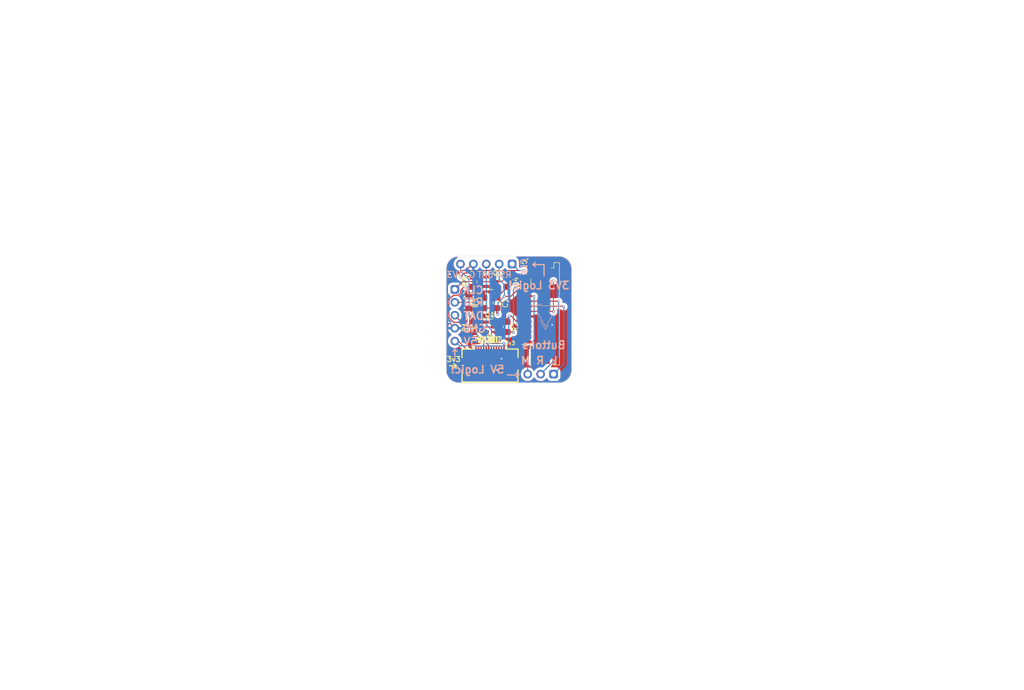
<source format=kicad_pcb>
(kicad_pcb (version 20221018) (generator pcbnew)
  (layers (0 "F.Cu" signal) (31 "B.Cu" signal) (34 "B.Paste" user) (35 "F.Paste" user) (36 "B.SilkS" user "B.Silkscreen") (37 "F.SilkS" user "F.Silkscreen") (38 "B.Mask" user) (39 "F.Mask" user) (44 "Edge.Cuts" user))
  (net 0 "")
  (net 1 "GND")
  (net 2 "+5V")
  (net 3 "rgb_led_in")
  (net 4 "RESET")
  (net 5 "SDA")
  (net 6 "SCL")
  (net 7 "+3V3")
  (net 8 "MOSI")
  (net 9 "SPI_CS")
  (net 10 "MISO")
  (net 11 "SCLK")
  (net 12 "BTN_MID")
  (net 13 "BTN_RIGHT")
  (net 14 "BTN_LEFT")
  (net 19 "TP_CLK_3V3")
  (net 20 "TP_DATA_3V3")
  (net 21 "TP_DATA_5V")
  (net 22 "TP_CLK_5V")
  (footprint "fingerpunch:Connector_THT_1x5_2.54" (layer "F.Cu") (at 171.45 110.49 -90)
    (fp_text reference "J5" (at 0 -6.096 90) (layer "F.SilkS"))
    (fp_text value "Conn_1x05_THT")
    (pad "1" thru_hole roundrect (at 0 -3.81 270) (size 1.7 1.7) (drill 1) (layers "*.Cu" "*.Mask") (net 19 "TP_CLK_3V3"))
    (pad "2" thru_hole oval (at 0 -1.27 270) (size 1.7 1.7) (drill 1) (layers "*.Cu" "*.Mask") (net 4 "RESET"))
    (pad "3" thru_hole oval (at 0 1.27 270) (size 1.7 1.7) (drill 1) (layers "*.Cu" "*.Mask") (net 20 "TP_DATA_3V3"))
    (pad "4" thru_hole oval (at 0 3.81 270) (size 1.7 1.7) (drill 1) (layers "*.Cu" "*.Mask") (net 1 "GND"))
    (pad "5" thru_hole oval (at 0 6.35 270) (size 1.7 1.7) (drill 1) (layers "*.Cu" "*.Mask") (net 7 "+3V3"))
  )
  (footprint "Resistor_SMD:R_0805_2012Metric_Pad1.20x1.40mm_HandSolder" (layer "F.Cu") (at 174.24 122.85 -90)
    (fp_text reference "R2" (at 0 -1.65 90) (layer "F.SilkS"))
    (fp_text value "10k")
    (fp_line (start -0.227064 -0.735) (end 0.227064 -0.735) (stroke (width 0.12)) (layer "F.SilkS"))
    (fp_line (start -0.227064 0.735) (end 0.227064 0.735) (stroke (width 0.12)) (layer "F.SilkS"))
    (pad "1" smd roundrect (at -1 0 270) (size 1.2 1.4) (layers "F.Cu" "F.Paste" "F.Mask") (roundrect_rratio 0.2083333333) (net 2 "+5V"))
    (pad "2" smd roundrect (at 1 0 270) (size 1.2 1.4) (layers "F.Cu" "F.Paste" "F.Mask") (roundrect_rratio 0.2083333333) (net 21 "TP_DATA_5V"))
  )
  (footprint "Resistor_SMD:R_0805_2012Metric_Pad1.20x1.40mm_HandSolder" (layer "F.Cu") (at 169.68 118.14 90)
    (fp_text reference "R5" (at 0 -1.65 90) (layer "F.SilkS"))
    (fp_text value "100kΩ")
    (fp_line (start -0.227064 -0.735) (end 0.227064 -0.735) (stroke (width 0.12)) (layer "F.SilkS"))
    (fp_line (start -0.227064 0.735) (end 0.227064 0.735) (stroke (width 0.12)) (layer "F.SilkS"))
    (pad "1" smd roundrect (at -1 0 90) (size 1.2 1.4) (layers "F.Cu" "F.Paste" "F.Mask") (roundrect_rratio 0.2083333333) (net 4 "RESET"))
    (pad "2" smd roundrect (at 1 0 90) (size 1.2 1.4) (layers "F.Cu" "F.Paste" "F.Mask") (roundrect_rratio 0.2083333333) (net 1 "GND"))
  )
  (footprint "Package_TO_SOT_SMD:SOT-23" (layer "F.Cu") (at 170.8965 122.86)
    (fp_text reference "Q1" (at 0 -2.4) (layer "F.SilkS"))
    (fp_text value "BSS138")
    (fp_line (start 0 -1.56) (end -1.675 -1.56) (stroke (width 0.12)) (layer "F.SilkS"))
    (fp_line (start 0 -1.56) (end 0.65 -1.56) (stroke (width 0.12)) (layer "F.SilkS"))
    (fp_line (start 0 1.56) (end -0.65 1.56) (stroke (width 0.12)) (layer "F.SilkS"))
    (fp_line (start 0 1.56) (end 0.65 1.56) (stroke (width 0.12)) (layer "F.SilkS"))
    (pad "1" smd roundrect (at -0.9375 -0.95) (size 1.475 0.6) (layers "F.Cu" "F.Paste" "F.Mask") (net 7 "+3V3"))
    (pad "2" smd roundrect (at -0.9375 0.95) (size 1.475 0.6) (layers "F.Cu" "F.Paste" "F.Mask") (net 20 "TP_DATA_3V3"))
    (pad "3" smd roundrect (at 0.9375 0) (size 1.475 0.6) (layers "F.Cu" "F.Paste" "F.Mask") (net 21 "TP_DATA_5V"))
  )
  (footprint "fingerpunch:Connector_THT_1x3_2.54" (layer "F.Cu") (at 180.86 132.14 -90)
    (fp_text reference "J4" hide)
    (fp_text value "Conn_01x03_Socket")
    (pad "1" thru_hole roundrect (at 0 -2.54 270) (size 1.7 1.7) (drill 1) (layers "*.Cu" "*.Mask") (net 14 "BTN_LEFT"))
    (pad "2" thru_hole oval (at 0 0 270) (size 1.7 1.7) (drill 1) (layers "*.Cu" "*.Mask") (net 13 "BTN_RIGHT"))
    (pad "3" thru_hole oval (at 0 2.54 270) (size 1.7 1.7) (drill 1) (layers "*.Cu" "*.Mask") (net 12 "BTN_MID"))
  )
  (footprint "fingerpunch:Connector_THT_1x5_2.54" (layer "F.Cu") (at 163.99 119.29)
    (fp_text reference "J2" hide)
    (fp_text value "Conn_1x05_THT")
    (pad "1" thru_hole roundrect (at 0 -3.81) (size 1.7 1.7) (drill 1) (layers "*.Cu" "*.Mask") (net 22 "TP_CLK_5V"))
    (pad "2" thru_hole oval (at 0 -1.27) (size 1.7 1.7) (drill 1) (layers "*.Cu" "*.Mask") (net 4 "RESET"))
    (pad "3" thru_hole oval (at 0 1.27) (size 1.7 1.7) (drill 1) (layers "*.Cu" "*.Mask") (net 21 "TP_DATA_5V"))
    (pad "4" thru_hole oval (at 0 3.81) (size 1.7 1.7) (drill 1) (layers "*.Cu" "*.Mask") (net 1 "GND"))
    (pad "5" thru_hole oval (at 0 6.35) (size 1.7 1.7) (drill 1) (layers "*.Cu" "*.Mask") (net 2 "+5V"))
  )
  (footprint "vik:vik-module-connector-horizontal" (layer "F.Cu") (at 170.91 129.398)
    (fp_text reference "J1")
    (fp_text value "~")
    (fp_text user "VIK IN" (at -2.36 -3.42 unlocked) (layer "F.SilkS" knockout) (effects (justify left bottom)))
    (fp_text user "3v3" (at 2.835 -2.93 unlocked) (layer "F.SilkS") (effects (font (size 0.75 0.75)) (justify left bottom)))
    (fp_line (start -5.5 -2.2) (end -3.131 -2.2) (stroke (width 0.254)) (layer "F.SilkS"))
    (fp_line (start -5.5 -0.539) (end -5.5 -2.2) (stroke (width 0.254)) (layer "F.SilkS"))
    (fp_line (start -5.5 4.295) (end -5.5 1.912) (stroke (width 0.254)) (layer "F.SilkS"))
    (fp_line (start 5.5 -2.2) (end 3.131 -2.2) (stroke (width 0.254)) (layer "F.SilkS"))
    (fp_line (start 5.5 -0.539) (end 5.5 -2.2) (stroke (width 0.254)) (layer "F.SilkS"))
    (fp_line (start 5.5 4.295) (end -5.5 4.295) (stroke (width 0.254)) (layer "F.SilkS"))
    (fp_line (start 5.5 4.295) (end 5.5 1.912) (stroke (width 0.254)) (layer "F.SilkS"))
    (fp_circle (center -3.429 -2.708) (end -3.302 -2.708) (stroke (width 0.254)) (fill none) (layer "F.SilkS"))
    (pad "1" smd rect (at -2.75 -2.038) (size 0.28 1.25) (layers "F.Cu" "F.Paste" "F.Mask") (net 11 "SCLK"))
    (pad "2" smd rect (at -2.25 -2.038) (size 0.28 1.25) (layers "F.Cu" "F.Paste" "F.Mask") (net 10 "MISO"))
    (pad "3" smd rect (at -1.75 -2.038) (size 0.28 1.25) (layers "F.Cu" "F.Paste" "F.Mask") (net 9 "SPI_CS"))
    (pad "4" smd rect (at -1.25 -2.038) (size 0.28 1.25) (layers "F.Cu" "F.Paste" "F.Mask") (net 19 "TP_CLK_3V3"))
    (pad "5" smd rect (at -0.75 -2.038) (size 0.28 1.25) (layers "F.Cu" "F.Paste" "F.Mask") (net 8 "MOSI"))
    (pad "6" smd rect (at -0.25 -2.038) (size 0.28 1.25) (layers "F.Cu" "F.Paste" "F.Mask") (net 20 "TP_DATA_3V3"))
    (pad "7" smd rect (at 0.25 -2.038) (size 0.28 1.25) (layers "F.Cu" "F.Paste" "F.Mask") (net 2 "+5V"))
    (pad "8" smd rect (at 0.75 -2.038) (size 0.28 1.25) (layers "F.Cu" "F.Paste" "F.Mask") (net 3 "rgb_led_in"))
    (pad "9" smd rect (at 1.25 -2.038) (size 0.28 1.25) (layers "F.Cu" "F.Paste" "F.Mask") (net 6 "SCL"))
    (pad "10" smd rect (at 1.75 -2.038) (size 0.28 1.25) (layers "F.Cu" "F.Paste" "F.Mask") (net 5 "SDA"))
    (pad "11" smd rect (at 2.25 -2.038) (size 0.28 1.25) (layers "F.Cu" "F.Paste" "F.Mask") (net 1 "GND"))
    (pad "12" smd rect (at 2.75 -2.038) (size 0.28 1.25) (layers "F.Cu" "F.Paste" "F.Mask") (net 7 "+3V3"))
    (pad "13" smd rect (at 4.55 0.686) (size 1.8 2) (layers "F.Cu" "F.Paste" "F.Mask"))
    (pad "14" smd rect (at -4.55 0.686) (size 1.8 2) (layers "F.Cu" "F.Paste" "F.Mask"))
  )
  (footprint "Connector_FFC-FPC:TE_1-84953-2_1x12-1MP_P1.0mm_Horizontal" (layer "F.Cu") (at 179.86 120.29 90)
    (fp_text reference "J3")
    (fp_text value "Conn_01x12_Socket")
    (fp_line (start -10.07 3.6) (end -9.045 3.6) (stroke (width 0.12)) (layer "F.SilkS"))
    (fp_line (start -10.07 4.71) (end -10.07 3.6) (stroke (width 0.12)) (layer "F.SilkS"))
    (fp_line (start -9.045 3.6) (end -9.045 3.06) (stroke (width 0.12)) (layer "F.SilkS"))
    (fp_line (start -6.89 -0.91) (end -6.065 -0.91) (stroke (width 0.12)) (layer "F.SilkS"))
    (fp_line (start -6.065 -0.91) (end -6.065 -2.71) (stroke (width 0.12)) (layer "F.SilkS"))
    (fp_line (start 6.065 -0.91) (end 6.89 -0.91) (stroke (width 0.12)) (layer "F.SilkS"))
    (fp_line (start 9.045 3.06) (end 9.045 3.6) (stroke (width 0.12)) (layer "F.SilkS"))
    (fp_line (start 9.045 3.6) (end 10.07 3.6) (stroke (width 0.12)) (layer "F.SilkS"))
    (fp_line (start 10.07 3.6) (end 10.07 4.71) (stroke (width 0.12)) (layer "F.SilkS"))
    (fp_line (start 10.07 4.71) (end -10.07 4.71) (stroke (width 0.12)) (layer "F.SilkS"))
    (pad "1" smd rect (at -5.5 -1.8 90) (size 0.61 2) (layers "F.Cu" "F.Paste" "F.Mask"))
    (pad "2" smd rect (at -4.5 -1.8 90) (size 0.61 2) (layers "F.Cu" "F.Paste" "F.Mask"))
    (pad "3" smd rect (at -3.5 -1.8 90) (size 0.61 2) (layers "F.Cu" "F.Paste" "F.Mask"))
    (pad "4" smd rect (at -2.5 -1.8 90) (size 0.61 2) (layers "F.Cu" "F.Paste" "F.Mask"))
    (pad "5" smd rect (at -1.5 -1.8 90) (size 0.61 2) (layers "F.Cu" "F.Paste" "F.Mask") (net 2 "+5V"))
    (pad "6" smd rect (at -0.5 -1.8 90) (size 0.61 2) (layers "F.Cu" "F.Paste" "F.Mask") (net 1 "GND"))
    (pad "7" smd rect (at 0.5 -1.8 90) (size 0.61 2) (layers "F.Cu" "F.Paste" "F.Mask") (net 22 "TP_CLK_5V"))
    (pad "8" smd rect (at 1.5 -1.8 90) (size 0.61 2) (layers "F.Cu" "F.Paste" "F.Mask") (net 14 "BTN_LEFT"))
    (pad "9" smd rect (at 2.5 -1.8 90) (size 0.61 2) (layers "F.Cu" "F.Paste" "F.Mask") (net 13 "BTN_RIGHT"))
    (pad "10" smd rect (at 3.5 -1.8 90) (size 0.61 2) (layers "F.Cu" "F.Paste" "F.Mask") (net 12 "BTN_MID"))
    (pad "11" smd rect (at 4.5 -1.8 90) (size 0.61 2) (layers "F.Cu" "F.Paste" "F.Mask") (net 4 "RESET"))
    (pad "12" smd rect (at 5.5 -1.8 90) (size 0.61 2) (layers "F.Cu" "F.Paste" "F.Mask") (net 21 "TP_DATA_5V"))
    (pad "MP" smd rect (at -8.49 1 90) (size 2.68 3.6) (layers "F.Cu" "F.Paste" "F.Mask"))
    (pad "MP" smd rect (at 8.49 1 90) (size 2.68 3.6) (layers "F.Cu" "F.Paste" "F.Mask"))
  )
  (footprint "Capacitor_SMD:C_0805_2012Metric_Pad1.18x1.45mm_HandSolder" (layer "F.Cu") (at 172.23 118.1125 -90)
    (fp_text reference "C1" (at 0 -1.68 90) (layer "F.SilkS"))
    (fp_text value "2.2uF")
    (fp_line (start -0.261252 -0.735) (end 0.261252 -0.735) (stroke (width 0.12)) (layer "F.SilkS"))
    (fp_line (start -0.261252 0.735) (end 0.261252 0.735) (stroke (width 0.12)) (layer "F.SilkS"))
    (pad "1" smd roundrect (at -1.0375 0 270) (size 1.175 1.45) (layers "F.Cu" "F.Paste" "F.Mask") (roundrect_rratio 0.2127659574) (net 2 "+5V"))
    (pad "2" smd roundrect (at 1.0375 0 270) (size 1.175 1.45) (layers "F.Cu" "F.Paste" "F.Mask") (roundrect_rratio 0.2127659574) (net 4 "RESET"))
  )
  (footprint "Package_TO_SOT_SMD:SOT-23" (layer "F.Cu") (at 170.9625 113.94)
    (fp_text reference "Q2" (at 1.5035 -1.672) (layer "F.SilkS"))
    (fp_text value "BSS138")
    (fp_line (start 0 -1.56) (end -1.675 -1.56) (stroke (width 0.12)) (layer "F.SilkS"))
    (fp_line (start 0 -1.56) (end 0.65 -1.56) (stroke (width 0.12)) (layer "F.SilkS"))
    (fp_line (start 0 1.56) (end -0.65 1.56) (stroke (width 0.12)) (layer "F.SilkS"))
    (fp_line (start 0 1.56) (end 0.65 1.56) (stroke (width 0.12)) (layer "F.SilkS"))
    (pad "1" smd roundrect (at -0.9375 -0.95) (size 1.475 0.6) (layers "F.Cu" "F.Paste" "F.Mask") (net 7 "+3V3"))
    (pad "2" smd roundrect (at -0.9375 0.95) (size 1.475 0.6) (layers "F.Cu" "F.Paste" "F.Mask") (net 19 "TP_CLK_3V3"))
    (pad "3" smd roundrect (at 0.9375 0) (size 1.475 0.6) (layers "F.Cu" "F.Paste" "F.Mask") (net 22 "TP_CLK_5V"))
  )
  (footprint "Resistor_SMD:R_0805_2012Metric_Pad1.20x1.40mm_HandSolder" (layer "F.Cu") (at 167.61 113.95 -90)
    (fp_text reference "R3" (at 0.05 1.61 90) (layer "F.SilkS"))
    (fp_text value "10k")
    (fp_line (start -0.227064 -0.735) (end 0.227064 -0.735) (stroke (width 0.12)) (layer "F.SilkS"))
    (fp_line (start -0.227064 0.735) (end 0.227064 0.735) (stroke (width 0.12)) (layer "F.SilkS"))
    (pad "1" smd roundrect (at -1 0 270) (size 1.2 1.4) (layers "F.Cu" "F.Paste" "F.Mask") (roundrect_rratio 0.2083333333) (net 7 "+3V3"))
    (pad "2" smd roundrect (at 1 0 270) (size 1.2 1.4) (layers "F.Cu" "F.Paste" "F.Mask") (roundrect_rratio 0.2083333333) (net 19 "TP_CLK_3V3"))
  )
  (footprint "Resistor_SMD:R_0805_2012Metric_Pad1.20x1.40mm_HandSolder" (layer "F.Cu") (at 167.7 122.86 -90)
    (fp_text reference "R1" (at 0 1.67 90) (layer "F.SilkS"))
    (fp_text value "10k")
    (fp_line (start -0.227064 -0.735) (end 0.227064 -0.735) (stroke (width 0.12)) (layer "F.SilkS"))
    (fp_line (start -0.227064 0.735) (end 0.227064 0.735) (stroke (width 0.12)) (layer "F.SilkS"))
    (pad "1" smd roundrect (at -1 0 270) (size 1.2 1.4) (layers "F.Cu" "F.Paste" "F.Mask") (roundrect_rratio 0.2083333333) (net 7 "+3V3"))
    (pad "2" smd roundrect (at 1 0 270) (size 1.2 1.4) (layers "F.Cu" "F.Paste" "F.Mask") (roundrect_rratio 0.2083333333) (net 20 "TP_DATA_3V3"))
  )
  (footprint "Resistor_SMD:R_0805_2012Metric_Pad1.20x1.40mm_HandSolder" (layer "F.Cu") (at 174.22 113.96 90)
    (fp_text reference "R4" (at -0.04 1.78 90) (layer "F.SilkS"))
    (fp_text value "10k")
    (fp_line (start -0.227064 -0.735) (end 0.227064 -0.735) (stroke (width 0.12)) (layer "F.SilkS"))
    (fp_line (start -0.227064 0.735) (end 0.227064 0.735) (stroke (width 0.12)) (layer "F.SilkS"))
    (pad "1" smd roundrect (at -1 0 90) (size 1.2 1.4) (layers "F.Cu" "F.Paste" "F.Mask") (roundrect_rratio 0.2083333333) (net 2 "+5V"))
    (pad "2" smd roundrect (at 1 0 90) (size 1.2 1.4) (layers "F.Cu" "F.Paste" "F.Mask") (roundrect_rratio 0.2083333333) (net 22 "TP_CLK_5V"))
  )
  (footprint "fingerpunch:vik-logo-small" (layer "B.Cu") (at 181.858777 120.209617 180)
    (fp_text reference "REF**")
    (fp_text value "vik-logo-small")
    (fp_line (start -2.880161 1.806346) (end -1.892323 1.805976) (stroke (width 0.1)) (layer "B.SilkS"))
    (fp_line (start -2.383804 1.52) (end 2.38 1.52) (stroke (width 0.1)) (layer "B.SilkS"))
    (fp_line (start -1.815689 -0.036813) (end -2.880161 1.806346) (stroke (width 0.1)) (layer "B.SilkS"))
    (fp_line (start -0.001902 -2.605575) (end -2.383804 1.52) (stroke (width 0.1)) (layer "B.SilkS"))
    (fp_line (start 0.000114 -3.195112) (end -0.493459 -2.339419) (stroke (width 0.1)) (layer "B.SilkS"))
    (fp_line (start 0.741256 1.793386) (end 2.869715 1.793686) (stroke (width 0.1)) (layer "B.SilkS"))
    (fp_line (start 1.064084 -1.351662) (end 0.000114 -3.195112) (stroke (width 0.1)) (layer "B.SilkS"))
    (fp_line (start 2.38 1.52) (end -0.001902 -2.605575) (stroke (width 0.1)) (layer "B.SilkS"))
    (fp_line (start 2.869715 1.793686) (end 2.375449 0.938393) (stroke (width 0.1)) (layer "B.SilkS"))
  )
  (gr_line (start 179.332 110.598) (end 179.832 110.198) (stroke (width 0.25)) (layer "B.SilkS"))
  (gr_line (start 176.55 132.3) (end 176.05 132.7) (stroke (width 0.25)) (layer "B.SilkS"))
  (gr_line (start 164 127.2) (end 163.6 127.7) (stroke (width 0.25)) (layer "B.SilkS"))
  (gr_line (start 181.532 110.598) (end 181.532 112.798) (stroke (width 0.25)) (layer "B.SilkS"))
  (gr_line (start 164 127.2) (end 164.4 127.7) (stroke (width 0.25)) (layer "B.SilkS"))
  (gr_line (start 176.55 132.3) (end 176.05 131.9) (stroke (width 0.25)) (layer "B.SilkS"))
  (gr_line (start 164 129.4) (end 164 127.2) (stroke (width 0.25)) (layer "B.SilkS"))
  (gr_line (start 174.35 132.3) (end 176.55 132.3) (stroke (width 0.25)) (layer "B.SilkS"))
  (gr_line (start 179.332 110.598) (end 179.832 110.998) (stroke (width 0.25)) (layer "B.SilkS"))
  (gr_line (start 181.532 110.598) (end 179.332 110.598) (stroke (width 0.25)) (layer "B.SilkS"))
  (gr_line (start 163.834 130.902) (end 164.334 130.502) (stroke (width 0.25)) (layer "F.SilkS"))
  (gr_line (start 164.334 130.502) (end 162.98 130.502) (stroke (width 0.25)) (layer "F.SilkS"))
  (gr_line (start 163.834 130.102) (end 164.334 130.502) (stroke (width 0.25)) (layer "F.SilkS"))
  (gr_arc (start 164.78 133.9) (mid 162.983949 133.156051) (end 162.24 131.36) (stroke (width 0.05)) (layer "Edge.Cuts"))
  (gr_line (start 184.47 108.9) (end 164.78 108.9) (stroke (width 0.05)) (layer "Edge.Cuts"))
  (gr_arc (start 187.01 131.36) (mid 186.266051 133.156051) (end 184.47 133.9) (stroke (width 0.05)) (layer "Edge.Cuts"))
  (gr_line (start 187.01 131.36) (end 187.01 111.44) (stroke (width 0.05)) (layer "Edge.Cuts"))
  (gr_line (start 164.78 133.9) (end 184.47 133.9) (stroke (width 0.05)) (layer "Edge.Cuts"))
  (gr_arc (start 184.47 108.9) (mid 186.266051 109.643949) (end 187.01 111.44) (stroke (width 0.05)) (layer "Edge.Cuts"))
  (gr_line (start 162.24 111.44) (end 162.24 131.36) (stroke (width 0.05)) (layer "Edge.Cuts"))
  (gr_arc (start 162.24 111.44) (mid 162.983949 109.643949) (end 164.78 108.9) (stroke (width 0.05)) (layer "Edge.Cuts"))
  (gr_text "3V3 Logic!" (at 186.69 115.57) (layer "B.SilkS") (effects (font (size 1.5 1.5) (thickness 0.3) bold) (justify left bottom mirror)))
  (gr_text "G" (at 168.148 113.284) (layer "B.SilkS") (effects (font (size 1.2 1.2) (thickness 0.2) bold) (justify left bottom mirror)))
  (gr_text "DAT" (at 171.704 113.284) (layer "B.SilkS") (effects (font (size 1.2 1.2) (thickness 0.2) bold) (justify left bottom mirror)))
  (gr_text "5V Logic!" (at 173.9 132.1) (layer "B.SilkS") (effects (font (size 1.5 1.5) (thickness 0.3) bold) (justify left bottom mirror)))
  (gr_text "5V" (at 168.656 126.6) (layer "B.SilkS") (effects (font (size 1.5 1.5) (thickness 0.3) bold) (justify left bottom mirror)))
  (gr_text "R" (at 181.71 130.35) (layer "B.SilkS") (effects (font (size 1.5 1.5) (thickness 0.3) bold) (justify left bottom mirror)))
  (gr_text "RST" (at 169.79 118.87) (layer "B.SilkS") (effects (font (size 1.5 1.5) (thickness 0.3) bold) (justify left bottom mirror)))
  (gr_text "3V3" (at 165.862 113.284) (layer "B.SilkS") (effects (font (size 1.2 1.2) (thickness 0.2) bold) (justify left bottom mirror)))
  (gr_text "GND" (at 170.28 124.06) (layer "B.SilkS") (effects (font (size 1.5 1.5) (thickness 0.3) bold) (justify left bottom mirror)))
  (gr_text "RST" (at 175.26 113.284) (layer "B.SilkS") (effects (font (size 1.2 1.2) (thickness 0.2) bold) (justify left bottom mirror)))
  (gr_text "L" (at 184.37 130.34) (layer "B.SilkS") (effects (font (size 1.5 1.5) (thickness 0.3) bold) (justify left bottom mirror)))
  (gr_text "CLK" (at 169.8 116.5) (layer "B.SilkS") (effects (font (size 1.5 1.5) (thickness 0.3) bold) (justify left bottom mirror)))
  (gr_text "Buttons" (at 185.92 127.3) (layer "B.SilkS") (effects (font (size 1.5 1.5) (thickness 0.3) bold) (justify left bottom mirror)))
  (gr_text "DAT" (at 169.83 121.56) (layer "B.SilkS") (effects (font (size 1.5 1.5) (thickness 0.3) bold) (justify left bottom mirror)))
  (gr_text "M" (at 178.95 130.37) (layer "B.SilkS") (effects (font (size 1.5 1.5) (thickness 0.3) bold) (justify left bottom mirror)))
  (gr_text "CLK" (at 178.308 109.22 90) (layer "B.SilkS") (effects (font (size 1.2 1.2) (thickness 0.2) bold) (justify left bottom mirror)))
  (gr_text "3v3" (at 162.306 129.794) (layer "F.SilkS") (effects (font (size 1 1) (thickness 0.2) bold) (justify left bottom)))
  (segment (start 166.116 111.76) (end 165.354 111.76) (width 0.2) (layer "F.Cu") (net 1))
  (segment (start 163.99 123.096) (end 162.814 121.92) (width 0.2) (layer "F.Cu") (net 1))
  (segment (start 167.64 116.84) (end 165.862 116.84) (width 0.2) (layer "F.Cu") (net 1))
  (segment (start 163.99 123.1) (end 165.12 123.1) (width 0.2) (layer "F.Cu") (net 1))
  (segment (start 163.99 123.1) (end 163.99 123.096) (width 0.2) (layer "F.Cu") (net 1))
  (segment (start 173.16 127.36) (end 173.16 129.08) (width 0.2) (layer "F.Cu") (net 1))
  (segment (start 165.12 123.1) (end 165.69 123.67) (width 0.2) (layer "F.Cu") (net 1))
  (segment (start 173.16 129.08) (end 173.18 129.1) (width 0.2) (layer "F.Cu") (net 1))
  (segment (start 165.354 111.76) (end 164.846 112.268) (width 0.2) (layer "F.Cu") (net 1))
  (segment (start 167.64 110.49) (end 167.386 110.49) (width 0.2) (layer "F.Cu") (net 1))
  (segment (start 164.846 112.268) (end 163.322 112.268) (width 0.2) (layer "F.Cu") (net 1))
  (segment (start 165.69 123.67) (end 165.69 124.796) (width 0.2) (layer "F.Cu") (net 1))
  (segment (start 165.69 124.796) (end 165.862 124.968) (width 0.2) (layer "F.Cu") (net 1))
  (segment (start 167.386 110.49) (end 166.116 111.76) (width 0.2) (layer "F.Cu") (net 1))
  (segment (start 163.322 112.268) (end 163.068 112.522) (width 0.2) (layer "F.Cu") (net 1))
  (via (at 178.308 109.474) (size 0.5) (drill 0.3) (layers "F.Cu" "B.Cu") (net 1))
  (via (at 172.212 131.318) (size 0.5) (drill 0.3) (layers "F.Cu" "B.Cu") (net 1))
  (via (at 167.64 116.84) (size 0.5) (drill 0.3) (layers "F.Cu" "B.Cu") (net 1))
  (via (at 163.068 112.522) (size 0.5) (drill 0.3) (layers "F.Cu" "B.Cu") (net 1))
  (via (at 162.814 121.92) (size 0.5) (drill 0.3) (layers "F.Cu" "B.Cu") (net 1))
  (via (at 173.18 129.1) (size 0.5) (drill 0.3) (layers "F.Cu" "B.Cu") (net 1))
  (via (at 171.196 120.65) (size 0.5) (drill 0.3) (layers "F.Cu" "B.Cu") (net 1))
  (via (at 183.134 122.428) (size 0.5) (drill 0.3) (layers "F.Cu" "B.Cu") (net 1))
  (via (at 165.862 119.126) (size 0.5) (drill 0.3) (layers "F.Cu" "B.Cu") (net 1))
  (via (at 174.498 117.856) (size 0.5) (drill 0.3) (layers "F.Cu" "B.Cu") (net 1))
  (via (at 165.862 116.84) (size 0.5) (drill 0.3) (layers "F.Cu" "B.Cu") (net 1))
  (segment (start 178.06 121.79) (end 176.146 121.79) (width 0.2) (layer "F.Cu") (net 2))
  (segment (start 174.22 114.96) (end 174.22 115.085) (width 0.2) (layer "F.Cu") (net 2))
  (segment (start 173.4745 118.1025) (end 173.2575 118.1025) (width 0.2) (layer "F.Cu") (net 2))
  (segment (start 175.056 120.7) (end 174.8 120.7) (width 0.2) (layer "F.Cu") (net 2))
  (segment (start 170.85 128.84) (end 167.87 128.84) (width 0.2) (layer "F.Cu") (net 2))
  (segment (start 174.22 115.085) (end 172.23 117.075) (width 0.2) (layer "F.Cu") (net 2))
  (segment (start 167.87 128.84) (end 164.67 125.64) (width 0.2) (layer "F.Cu") (net 2))
  (segment (start 173.2575 118.1025) (end 172.23 117.075) (width 0.2) (layer "F.Cu") (net 2))
  (segment (start 174.8 120.7) (end 174.24 121.26) (width 0.2) (layer "F.Cu") (net 2))
  (segment (start 173.99 121.6) (end 173.99 118.618) (width 0.2) (layer "F.Cu") (net 2))
  (segment (start 164.67 125.64) (end 163.99 125.64) (width 0.2) (layer "F.Cu") (net 2))
  (segment (start 174.24 121.85) (end 173.99 121.6) (width 0.2) (layer "F.Cu") (net 2))
  (segment (start 176.146 121.79) (end 175.056 120.7) (width 0.2) (layer "F.Cu") (net 2))
  (segment (start 171.16 128.53) (end 170.85 128.84) (width 0.2) (layer "F.Cu") (net 2))
  (segment (start 174.24 121.26) (end 174.24 121.85) (width 0.2) (layer "F.Cu") (net 2))
  (segment (start 171.16 127.36) (end 171.16 128.53) (width 0.2) (layer "F.Cu") (net 2))
  (segment (start 173.99 118.618) (end 173.4745 118.1025) (width 0.2) (layer "F.Cu") (net 2))
  (via (at 174.8 120.7) (size 0.5) (drill 0.3) (layers "F.Cu" "B.Cu") (net 2))
  (segment (start 164.94 126.59) (end 163.99 125.64) (width 0.2) (layer "B.Cu") (net 2))
  (segment (start 174.595 120.905) (end 174.595 125.852818) (width 0.2) (layer "B.Cu") (net 2))
  (segment (start 174.595 125.852818) (end 173.857818 126.59) (width 0.2) (layer "B.Cu") (net 2))
  (segment (start 174.8 120.7) (end 174.595 120.905) (width 0.2) (layer "B.Cu") (net 2))
  (segment (start 173.857818 126.59) (end 164.94 126.59) (width 0.2) (layer "B.Cu") (net 2))
  (segment (start 168.56 118.02) (end 163.99 118.02) (width 0.2) (layer "F.Cu") (net 4))
  (segment (start 169.68 119.14) (end 168.56 118.02) (width 0.2) (layer "F.Cu") (net 4))
  (segment (start 173.736 116.84) (end 175.006 116.84) (width 0.2) (layer "F.Cu") (net 4))
  (segment (start 176.056 115.79) (end 178.06 115.79) (width 0.2) (layer "F.Cu") (net 4))
  (segment (start 172.23 119.15) (end 172.23 120.16) (width 0.2) (layer "F.Cu") (net 4))
  (segment (start 172.23 120.16) (end 172.466 120.396) (width 0.2) (layer "F.Cu") (net 4))
  (segment (start 169.69 119.15) (end 169.68 119.14) (width 0.2) (layer "F.Cu") (net 4))
  (segment (start 172.23 119.15) (end 169.69 119.15) (width 0.2) (layer "F.Cu") (net 4))
  (segment (start 175.006 116.84) (end 176.056 115.79) (width 0.2) (layer "F.Cu") (net 4))
  (via (at 172.466 120.396) (size 0.5) (drill 0.3) (layers "F.Cu" "B.Cu") (net 4))
  (via (at 173.736 116.84) (size 0.5) (drill 0.3) (layers "F.Cu" "B.Cu") (net 4))
  (segment (start 172.466 120.396) (end 172.466 118.11) (width 0.2) (layer "B.Cu") (net 4))
  (segment (start 173.736 114.554) (end 172.72 113.538) (width 0.2) (layer "B.Cu") (net 4))
  (segment (start 172.466 118.11) (end 173.736 116.84) (width 0.2) (layer "B.Cu") (net 4))
  (segment (start 173.736 116.84) (end 173.736 114.554) (width 0.2) (layer "B.Cu") (net 4))
  (segment (start 172.72 113.538) (end 172.72 110.49) (width 0.2) (layer "B.Cu") (net 4))
  (segment (start 170.025 112.99) (end 167.65 112.99) (width 0.2) (layer "F.Cu") (net 7))
  (segment (start 167.75 121.91) (end 167.7 121.86) (width 0.2) (layer "F.Cu") (net 7))
  (segment (start 167.7 121.4) (end 167.7 121.86) (width 0.2) (layer "F.Cu") (net 7))
  (segment (start 166.21 112.95) (end 166.203 112.943) (width 0.2) (layer "F.Cu") (net 7))
  (segment (start 173.66 127.36) (end 173.66 126.07) (width 0.2) (layer "F.Cu") (net 7))
  (segment (start 167.65 112.99) (end 167.61 112.95) (width 0.2) (layer "F.Cu") (net 7))
  (segment (start 166.8 120.5) (end 167.7 121.4) (width 0.2) (layer "F.Cu") (net 7))
  (segment (start 173.66 126.07) (end 173.63 126.04) (width 0.2) (layer "F.Cu") (net 7))
  (segment (start 169.959 121.91) (end 167.75 121.91) (width 0.2) (layer "F.Cu") (net 7))
  (segment (start 167.61 112.95) (end 166.21 112.95) (width 0.2) (layer "F.Cu") (net 7))
  (via (at 166.203 112.943) (size 0.5) (drill 0.3) (layers "F.Cu" "B.Cu") (net 7))
  (via (at 173.63 126.04) (size 0.5) (drill 0.3) (layers "F.Cu" "B.Cu") (net 7))
  (via (at 166.8 120.5) (size 0.5) (drill 0.3) (layers "F.Cu" "B.Cu") (net 7))
  (segment (start 166.8 113.54) (end 166.203 112.943) (width 0.2) (layer "B.Cu") (net 7))
  (segment (start 166.878 120.578) (end 166.8 120.5) (width 0.2) (layer "B.Cu") (net 7))
  (segment (start 166.203 112.943) (end 165.1 111.84) (width 0.2) (layer "B.Cu") (net 7))
  (segment (start 169.982 126.04) (end 166.878 122.936) (width 0.2) (layer "B.Cu") (net 7))
  (segment (start 173.63 126.04) (end 169.982 126.04) (width 0.2) (layer "B.Cu") (net 7))
  (segment (start 166.878 122.936) (end 166.878 120.578) (width 0.2) (layer "B.Cu") (net 7))
  (segment (start 166.8 120.5) (end 166.8 113.54) (width 0.2) (layer "B.Cu") (net 7))
  (segment (start 165.1 111.84) (end 165.1 110.49) (width 0.2) (layer "B.Cu") (net 7))
  (segment (start 178.06 116.79) (end 179.528 116.79) (width 0.2) (layer "F.Cu") (net 12))
  (segment (start 179.528 116.79) (end 179.578 116.84) (width 0.2) (layer "F.Cu") (net 12))
  (via (at 179.578 116.84) (size 0.5) (drill 0.3) (layers "F.Cu" "B.Cu") (net 12))
  (segment (start 178.32 126.734) (end 178.32 132.14) (width 0.2) (layer "B.Cu") (net 12))
  (segment (start 179.578 116.84) (end 179.578 125.476) (width 0.2) (layer "B.Cu") (net 12))
  (segment (start 179.578 125.476) (end 178.32 126.734) (width 0.2) (layer "B.Cu") (net 12))
  (segment (start 184.338 117.79) (end 184.404 117.856) (width 0.2) (layer "F.Cu") (net 13))
  (segment (start 178.06 117.79) (end 184.338 117.79) (width 0.2) (layer "F.Cu") (net 13))
  (via (at 184.404 117.856) (size 0.5) (drill 0.3) (layers "F.Cu" "B.Cu") (net 13))
  (segment (start 184.404 117.856) (end 184.404 128.596) (width 0.2) (layer "B.Cu") (net 13))
  (segment (start 184.404 128.596) (end 180.86 132.14) (width 0.2) (layer "B.Cu") (net 13))
  (segment (start 178.06 118.79) (end 185.338 118.79) (width 0.2) (layer "F.Cu") (net 14))
  (segment (start 185.338 118.79) (end 185.42 118.872) (width 0.2) (layer "F.Cu") (net 14))
  (via (at 185.42 118.872) (size 0.5) (drill 0.3) (layers "F.Cu" "B.Cu") (net 14))
  (segment (start 185.42 118.872) (end 185.42 130.12) (width 0.2) (layer "B.Cu") (net 14))
  (segment (start 185.42 130.12) (end 183.4 132.14) (width 0.2) (layer "B.Cu") (net 14))
  (segment (start 166.58 124.324744) (end 166.58 123.715686) (width 0.2) (layer "F.Cu") (net 19))
  (segment (start 177.546 111.76) (end 166.878 111.76) (width 0.2) (layer "F.Cu") (net 19))
  (segment (start 163.753654 121.95) (end 162.84 121.036346) (width 0.2) (layer "F.Cu") (net 19))
  (segment (start 167.67 114.89) (end 167.61 114.95) (width 0.2) (layer "F.Cu") (net 19))
  (segment (start 169.66 127.36) (end 169.66 125.4) (width 0.2) (layer "F.Cu") (net 19))
  (segment (start 165.14 116.205306) (end 165.14 115.66) (width 0.2) (layer "F.Cu") (net 19))
  (segment (start 165.862 112.268) (end 165.1 113.03) (width 0.2) (layer "F.Cu") (net 19))
  (segment (start 170.025 114.89) (end 167.67 114.89) (width 0.2) (layer "F.Cu") (net 19))
  (segment (start 165.85 114.95) (end 166.116 114.95) (width 0.2) (layer "F.Cu") (net 19))
  (segment (start 169.66 125.4) (end 169.02 124.76) (width 0.2) (layer "F.Cu") (net 19))
  (segment (start 166.58 123.715686) (end 164.814314 121.95) (width 0.2) (layer "F.Cu") (net 19))
  (segment (start 164.715306 116.63) (end 165.14 116.205306) (width 0.2) (layer "F.Cu") (net 19))
  (segment (start 167.015256 124.76) (end 166.58 124.324744) (width 0.2) (layer "F.Cu") (net 19))
  (segment (start 169.02 124.76) (end 167.015256 124.76) (width 0.2) (layer "F.Cu") (net 19))
  (segment (start 162.84 117.51) (end 163.72 116.63) (width 0.2) (layer "F.Cu") (net 19))
  (segment (start 162.84 121.036346) (end 162.84 117.51) (width 0.2) (layer "F.Cu") (net 19))
  (segment (start 166.116 114.95) (end 167.61 114.95) (width 0.2) (layer "F.Cu") (net 19))
  (segment (start 165.14 115.66) (end 165.85 114.95) (width 0.2) (layer "F.Cu") (net 19))
  (segment (start 164.814314 121.95) (end 163.753654 121.95) (width 0.2) (layer "F.Cu") (net 19))
  (segment (start 163.72 116.63) (end 164.715306 116.63) (width 0.2) (layer "F.Cu") (net 19))
  (segment (start 166.37 112.268) (end 165.862 112.268) (width 0.2) (layer "F.Cu") (net 19))
  (segment (start 166.878 111.76) (end 166.37 112.268) (width 0.2) (layer "F.Cu") (net 19))
  (via (at 177.546 111.76) (size 0.5) (drill 0.3) (layers "F.Cu" "B.Cu") (net 19))
  (via (at 166.116 114.95) (size 0.5) (drill 0.3) (layers "F.Cu" "B.Cu") (net 19))
  (via (at 165.1 113.03) (size 0.5) (drill 0.3) (layers "F.Cu" "B.Cu") (net 19))
  (segment (start 175.26 110.49) (end 176.53 111.76) (width 0.2) (layer "B.Cu") (net 19))
  (segment (start 166.116 114.046) (end 166.116 114.95) (width 0.2) (layer "B.Cu") (net 19))
  (segment (start 176.53 111.76) (end 177.546 111.76) (width 0.2) (layer "B.Cu") (net 19))
  (segment (start 165.1 113.03) (end 166.116 114.046) (width 0.2) (layer "B.Cu") (net 19))
  (segment (start 170.66 126.495) (end 170.66 127.36) (width 0.2) (layer "F.Cu") (net 20))
  (segment (start 167.75 123.81) (end 167.7 123.86) (width 0.2) (layer "F.Cu") (net 20))
  (segment (start 169.959 123.81) (end 167.75 123.81) (width 0.2) (layer "F.Cu") (net 20))
  (segment (start 171.196 124.714) (end 170.863 124.714) (width 0.2) (layer "F.Cu") (net 20))
  (segment (start 170.06 123.911) (end 170.06 125.895) (width 0.2) (layer "F.Cu") (net 20))
  (segment (start 170.863 124.714) (end 169.959 123.81) (width 0.2) (layer "F.Cu") (net 20))
  (segment (start 169.959 123.81) (end 170.06 123.911) (width 0.2) (layer "F.Cu") (net 20))
  (segment (start 170.06 125.895) (end 170.66 126.495) (width 0.2) (layer "F.Cu") (net 20))
  (via (at 171.196 124.714) (size 0.5) (drill 0.3) (layers "F.Cu" "B.Cu") (net 20))
  (segment (start 171.196 123.444) (end 171.196 124.714) (width 0.2) (layer "B.Cu") (net 20))
  (segment (start 170.18 110.49) (end 170.18 122.428) (width 0.2) (layer "B.Cu") (net 20))
  (segment (start 170.18 122.428) (end 170.434 122.682) (width 0.2) (layer "B.Cu") (net 20))
  (segment (start 170.434 122.682) (end 171.196 123.444) (width 0.2) (layer "B.Cu") (net 20))
  (segment (start 174.24 123.85) (end 175.412 123.85) (width 0.2) (layer "F.Cu") (net 21))
  (segment (start 175.412 123.85) (end 175.514 123.952) (width 0.2) (layer "F.Cu") (net 21))
  (segment (start 166.29 122.86) (end 163.99 120.56) (width 0.2) (layer "F.Cu") (net 21))
  (segment (start 176.022 114.808) (end 176.04 114.79) (width 0.2) (layer "F.Cu") (net 21))
  (segment (start 171.834 122.86) (end 172.86 122.86) (width 0.2) (layer "F.Cu") (net 21))
  (segment (start 173.85 123.85) (end 174.24 123.85) (width 0.2) (layer "F.Cu") (net 21))
  (segment (start 171.834 122.86) (end 166.29 122.86) (width 0.2) (layer "F.Cu") (net 21))
  (segment (start 176.04 114.79) (end 178.06 114.79) (width 0.2) (layer "F.Cu") (net 21))
  (segment (start 172.86 122.86) (end 173.85 123.85) (width 0.2) (layer "F.Cu") (net 21))
  (via (at 175.514 123.952) (size 0.5) (drill 0.3) (layers "F.Cu" "B.Cu") (net 21))
  (via (at 176.022 114.808) (size 0.5) (drill 0.3) (layers "F.Cu" "B.Cu") (net 21))
  (segment (start 175.514 115.316) (end 176.022 114.808) (width 0.2) (layer "B.Cu") (net 21))
  (segment (start 175.514 123.952) (end 175.514 115.316) (width 0.2) (layer "B.Cu") (net 21))
  (segment (start 173.24 113.94) (end 174.22 112.96) (width 0.2) (layer "F.Cu") (net 22))
  (segment (start 183.388 119.888) (end 183.29 119.79) (width 0.2) (layer "F.Cu") (net 22))
  (segment (start 174.22 112.96) (end 177.984 112.96) (width 0.2) (layer "F.Cu") (net 22))
  (segment (start 178.308 113.284) (end 178.816 113.792) (width 0.2) (layer "F.Cu") (net 22))
  (segment (start 165.53 113.94) (end 163.99 115.48) (width 0.2) (layer "F.Cu") (net 22))
  (segment (start 177.984 112.96) (end 178.308 113.284) (width 0.2) (layer "F.Cu") (net 22))
  (segment (start 183.29 119.79) (end 178.06 119.79) (width 0.2) (layer "F.Cu") (net 22))
  (segment (start 178.816 113.792) (end 183.388 113.792) (width 0.2) (layer "F.Cu") (net 22))
  (segment (start 171.9 113.94) (end 173.24 113.94) (width 0.2) (layer "F.Cu") (net 22))
  (segment (start 171.9 113.94) (end 165.53 113.94) (width 0.2) (layer "F.Cu") (net 22))
  (via (at 183.388 113.792) (size 0.5) (drill 0.3) (layers "F.Cu" "B.Cu") (net 22))
  (via (at 183.388 119.888) (size 0.5) (drill 0.3) (layers "F.Cu" "B.Cu") (net 22))
  (segment (start 183.388 113.792) (end 183.388 119.888) (width 0.2) (layer "B.Cu") (net 22))
  (zone (net 1) (net_name "GND") (layers "F&B.Cu") (connect_pads (clearance 0.508)) (min_thickness 0.254) (fill yes (thermal_gap 0.508) (thermal_bridge_width 0.508))
    (polygon (pts (xy 275.91 59.07) (xy 275.59 193.26) (xy 74.78 194.21) (xy 74.56 58.57)))
  )
)
</source>
